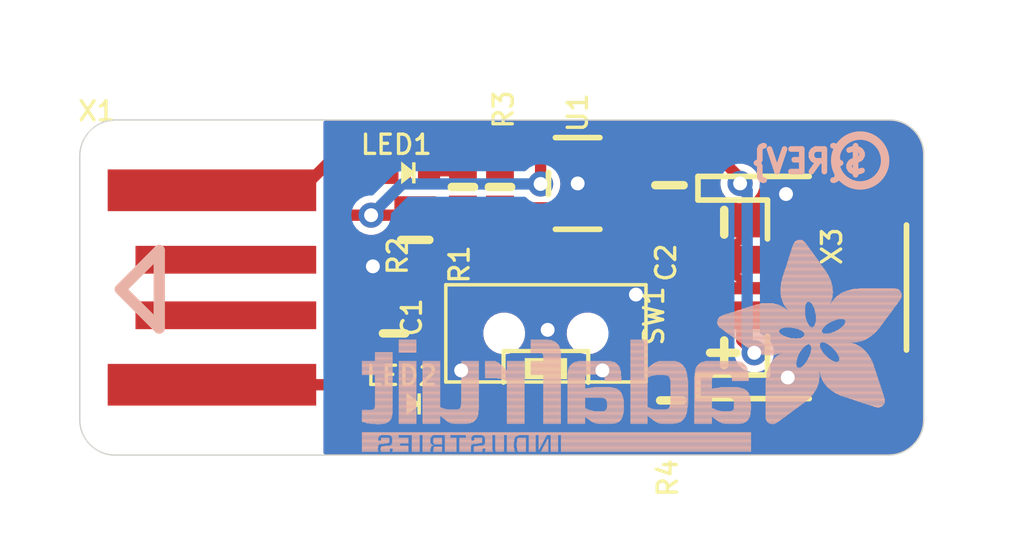
<source format=kicad_pcb>
(kicad_pcb (version 20221018) (generator pcbnew)
  (layers (0 "F.Cu" signal) (31 "B.Cu" signal) (34 "B.Paste" user) (35 "F.Paste" user) (36 "B.SilkS" user "B.Silkscreen") (37 "F.SilkS" user "F.Silkscreen") (38 "B.Mask" user) (39 "F.Mask" user) (44 "Edge.Cuts" user))
  (net 0 "")
  (net 1 "GND")
  (net 2 "N$1")
  (net 3 "N$2")
  (net 4 "VDD")
  (net 5 "VBAT")
  (net 6 "N$5")
  (net 7 "N$6")
  (net 8 "N$3")
  (net 9 "N$4")
  (footprint "working:PLABEL5" (layer "F.Cu") (at 150.850396 110.020293)
    (fp_text reference "PLABEL5" hide)
    (fp_text value "" hide)
  )
  (footprint "working:0603-NO" (layer "F.Cu") (at 144.627396 106.654793 90)
    (fp_text reference "R2" (at 2.032 0.127 90) (layer "F.SilkS") (effects (font (size 0.692831 0.692831) (thickness 0.119969)) (justify left)))
    (fp_text value "10K")
    (pad "1" smd rect (at -0.85 0 90) (size 1.075 1) (layers "F.Cu" "F.Paste" "F.Mask") (net 7 "N$6"))
    (pad "2" smd rect (at 0.85 0 90) (size 1.075 1) (layers "F.Cu" "F.Paste" "F.Mask") (net 3 "N$2"))
  )
  (footprint "working:PLABEL0" (layer "F.Cu") (at 143.103396 100.241293)
    (fp_text reference "PLABEL0" hide)
    (fp_text value "" hide)
  )
  (footprint "working:JSTPH2_BATT" (layer "F.Cu") (at 158.406896 105.003793 -90)
    (fp_text reference "X3" (at -2.2225 -1.9685 90) (layer "F.SilkS") (effects (font (size 0.692831 0.692831) (thickness 0.119969)) (justify right)))
    (fp_text value "CON_JST_PH_2PIN_MT_BATT")
    (pad "1" smd rect (at -1 2.049 270) (size 1 4.6) (layers "F.Cu" "F.Paste" "F.Mask") (net 1 "GND"))
    (pad "2" smd rect (at 1 2.049 270) (size 1 4.6) (layers "F.Cu" "F.Paste" "F.Mask") (net 5 "VBAT"))
    (pad "NC1" smd rect (at -3.4 -3.151) (size 3.4 1.6) (layers "F.Cu" "F.Paste" "F.Mask") (net 1 "GND"))
    (pad "NC2" smd rect (at 3.4 -3.151) (size 3.4 1.6) (layers "F.Cu" "F.Paste" "F.Mask") (net 1 "GND"))
  )
  (footprint "working:SOT23-5" (layer "F.Cu") (at 151.231396 101.257293 90)
    (fp_text reference "U1" (at 1.778 0 90) (layer "F.SilkS") (effects (font (size 0.692831 0.692831) (thickness 0.119969)) (justify left)))
    (fp_text value "MCP73831T-2ACI/OT")
    (pad "1" smd rect (at -0.95 1.3001 90) (size 0.55 1.2) (layers "F.Cu" "F.Paste" "F.Mask") (net 3 "N$2"))
    (pad "2" smd rect (at 0 1.3001 90) (size 0.55 1.2) (layers "F.Cu" "F.Paste" "F.Mask") (net 1 "GND"))
    (pad "3" smd rect (at 0.95 1.3001 90) (size 0.55 1.2) (layers "F.Cu" "F.Paste" "F.Mask") (net 5 "VBAT"))
    (pad "4" smd rect (at 0.95 -1.3001 90) (size 0.55 1.2) (layers "F.Cu" "F.Paste" "F.Mask") (net 4 "VDD"))
    (pad "5" smd rect (at -0.95 -1.3001 90) (size 0.55 1.2) (layers "F.Cu" "F.Paste" "F.Mask") (net 6 "N$5"))
  )
  (footprint "working:PLABEL8" (layer "F.Cu") (at 148.437396 104.368793)
    (fp_text reference "PLABEL8" hide)
    (fp_text value "" hide)
  )
  (footprint "working:0805-NO" (layer "F.Cu") (at 154.533396 101.320793 -90)
    (fp_text reference "C2" (at 2.032 0.127 90) (layer "F.SilkS") (effects (font (size 0.692831 0.692831) (thickness 0.119969)) (justify right)))
    (fp_text value "10uF")
    (pad "1" smd rect (at -0.95 0 270) (size 1.24 1.5) (layers "F.Cu" "F.Paste" "F.Mask") (net 5 "VBAT"))
    (pad "2" smd rect (at 0.95 0 270) (size 1.24 1.5) (layers "F.Cu" "F.Paste" "F.Mask") (net 1 "GND"))
  )
  (footprint "working:0603-NO" (layer "F.Cu") (at 147.103896 101.384293 -90)
    (fp_text reference "R1" (at 2.032 0.127 90) (layer "F.SilkS") (effects (font (size 0.692831 0.692831) (thickness 0.119969)) (justify right)))
    (fp_text value "2K")
    (pad "1" smd rect (at -0.85 0 270) (size 1.075 1) (layers "F.Cu" "F.Paste" "F.Mask") (net 2 "N$1"))
    (pad "2" smd rect (at 0.85 0 270) (size 1.075 1) (layers "F.Cu" "F.Paste" "F.Mask") (net 3 "N$2"))
  )
  (footprint "working:PLABEL7" (layer "F.Cu") (at 150.977396 104.368793)
    (fp_text reference "PLABEL7" hide)
    (fp_text value "" hide)
  )
  (footprint "working:CHIPLED_0603_NOOUTLINE" (layer "F.Cu") (at 145.325896 109.194793 -90)
    (fp_text reference "LED2" (at -1.016 1.778) (layer "F.SilkS") (effects (font (size 0.692831 0.692831) (thickness 0.119969)) (justify left)))
    (fp_text value "GREEN")
    (pad "A" smd rect (at 0 0.75 270) (size 0.8 0.8) (layers "F.Cu" "F.Paste" "F.Mask") (net 7 "N$6"))
    (pad "C" smd rect (at 0 -0.75 270) (size 0.8 0.8) (layers "F.Cu" "F.Paste" "F.Mask") (net 1 "GND"))
  )
  (footprint "working:CHIPLED_0603_NOOUTLINE" (layer "F.Cu") (at 145.135396 100.876293 -90)
    (fp_text reference "LED1" (at -1.016 1.778) (layer "F.SilkS") (effects (font (size 0.692831 0.692831) (thickness 0.119969)) (justify left)))
    (fp_text value "RED")
    (pad "A" smd rect (at 0 0.75 270) (size 0.8 0.8) (layers "F.Cu" "F.Paste" "F.Mask") (net 4 "VDD"))
    (pad "C" smd rect (at 0 -0.75 270) (size 0.8 0.8) (layers "F.Cu" "F.Paste" "F.Mask") (net 2 "N$1"))
  )
  (footprint "working:USBA_PCB" (layer "F.Cu") (at 138.277396 105.003793)
    (fp_text reference "X1" (at -5.08 -6.35) (layer "F.SilkS") (effects (font (size 0.692831 0.692831) (thickness 0.119969)) (justify left)))
    (fp_text value "PCBUSB")
    (pad "GND" smd rect (at -0.2 -3.5) (size 7.5 1.5) (layers "F.Cu" "F.Mask") (net 1 "GND"))
    (pad "USB_NEG" smd rect (at 0.3 1) (size 6.5 1) (layers "F.Cu" "F.Mask"))
    (pad "USB_PLUS" smd rect (at 0.3 -1) (size 6.5 1) (layers "F.Cu" "F.Mask"))
    (pad "VCC" smd rect (at -0.2 3.5) (size 7.5 1.5) (layers "F.Cu" "F.Mask") (net 4 "VDD"))
  )
  (footprint "working:PLABEL3" (layer "F.Cu") (at 157.073396 110.655293)
    (fp_text reference "PLABEL3" hide)
    (fp_text value "" hide)
  )
  (footprint "working:EG1390" (layer "F.Cu") (at 150.088396 106.654793 180)
    (fp_text reference "SW1" (at -3.886 1.764 90) (layer "F.SilkS") (effects (font (size 0.692831 0.692831) (thickness 0.119969)) (justify right)))
    (fp_text value "DPDT Switch")
    (pad "" np_thru_hole circle (at -1.5 0 180) (size 1 1) (drill 1) (layers "*.Cu" "*.Mask"))
    (pad "" np_thru_hole circle (at 1.5 0 180) (size 1 1) (drill 1) (layers "*.Cu" "*.Mask"))
    (pad "O1" smd rect (at -2.5 -2.8 180) (size 1 1.5) (layers "F.Cu" "F.Paste" "F.Mask") (net 1 "GND"))
    (pad "O2" smd rect (at -2.5 2.8 180) (size 1 1.5) (layers "F.Cu" "F.Paste" "F.Mask") (net 9 "N$4"))
    (pad "P1" smd rect (at 0 -2.8 180) (size 1 1.5) (layers "F.Cu" "F.Paste" "F.Mask") (net 1 "GND"))
    (pad "P2" smd rect (at 0 2.8 180) (size 1 1.5) (layers "F.Cu" "F.Paste" "F.Mask") (net 6 "N$5"))
    (pad "S1" smd rect (at 2.5 -2.8 180) (size 1 1.5) (layers "F.Cu" "F.Paste" "F.Mask") (net 1 "GND"))
    (pad "S2" smd rect (at 2.5 2.8 180) (size 1 1.5) (layers "F.Cu" "F.Paste" "F.Mask") (net 8 "N$3"))
  )
  (footprint "working:PLABEL4" (layer "F.Cu") (at 148.500896 110.083793)
    (fp_text reference "PLABEL4" hide)
    (fp_text value "" hide)
  )
  (footprint "working:0603-NO" (layer "F.Cu") (at 148.437396 101.384293 90)
    (fp_text reference "R3" (at 2.032 0.127 90) (layer "F.SilkS") (effects (font (size 0.692831 0.692831) (thickness 0.119969)) (justify left)))
    (fp_text value "10K")
    (pad "1" smd rect (at -0.85 0 90) (size 1.075 1) (layers "F.Cu" "F.Paste" "F.Mask") (net 8 "N$3"))
    (pad "2" smd rect (at 0.85 0 90) (size 1.075 1) (layers "F.Cu" "F.Paste" "F.Mask") (net 1 "GND"))
  )
  (footprint "working:FIDUCIAL_1MM" (layer "F.Cu") (at 160.819896 105.003793)
    (fp_text reference "FID1" hide)
    (fp_text value "FIDUCIAL_1MM" hide)
    (pad "1" smd roundrect (at 0 0) (size 1 1) (layers "F.Cu" "F.Mask") (roundrect_rratio 0.5))
  )
  (footprint "working:PLABEL2" (layer "F.Cu") (at 155.930396 100.368293)
    (fp_text reference "PLABEL2" hide)
    (fp_text value "" hide)
  )
  (footprint "working:0805-NO" (layer "F.Cu") (at 145.389396 103.289293 -90)
    (fp_text reference "C1" (at 2.032 0.127 90) (layer "F.SilkS") (effects (font (size 0.692831 0.692831) (thickness 0.119969)) (justify right)))
    (fp_text value "10uF")
    (pad "1" smd rect (at -0.95 0 270) (size 1.24 1.5) (layers "F.Cu" "F.Paste" "F.Mask") (net 4 "VDD"))
    (pad "2" smd rect (at 0.95 0 270) (size 1.24 1.5) (layers "F.Cu" "F.Paste" "F.Mask") (net 1 "GND"))
  )
  (footprint "working:0603-NO" (layer "F.Cu") (at 154.596896 109.067793 -90)
    (fp_text reference "R4" (at 2.032 0.127 90) (layer "F.SilkS") (effects (font (size 0.692831 0.692831) (thickness 0.119969)) (justify right)))
    (fp_text value "2K")
    (pad "1" smd rect (at -0.85 0 270) (size 1.075 1) (layers "F.Cu" "F.Paste" "F.Mask") (net 9 "N$4"))
    (pad "2" smd rect (at 0.85 0 270) (size 1.075 1) (layers "F.Cu" "F.Paste" "F.Mask") (net 1 "GND"))
  )
  (footprint "working:PLABEL1" (layer "F.Cu") (at 142.531896 110.845793)
    (fp_text reference "PLABEL1" hide)
    (fp_text value "" hide)
  )
  (footprint "working:PLABEL6" (layer "F.Cu") (at 146.278396 108.178793 90)
    (fp_text reference "PLABEL6" hide)
    (fp_text value "" hide)
  )
  (footprint "working:PLABEL11" (layer "B.Cu") (at 157.835396 100.749293 180)
    (fp_text reference "PLABEL11" hide)
    (fp_text value "" hide)
  )
  (footprint "working:PLABEL10" (layer "B.Cu") (at 137.324896 104.940293 90)
    (fp_text reference "PLABEL10" hide)
    (fp_text value "" hide)
  )
  (footprint "working:PLABEL9" (layer "B.Cu") (at 156.565396 106.083293 180)
    (fp_text reference "PLABEL9" hide)
    (fp_text value "" hide)
  )
  (footprint "working:ADAFRUIT_TEXT_20MM" (layer "B.Cu") (at 163.042396 110.909293 180)
    (fp_text reference "U$8" hide)
    (fp_text value "" hide)
  )
  (footprint "working:PCBFEAT-REV-040" (layer "B.Cu") (at 161.391396 100.431793 180)
    (fp_text reference "U$9" hide)
    (fp_text value "" hide)
    (fp_text user "${REV}" (at -0.3556 -0.508) (layer "B.SilkS") (effects (font (size 0.8128 0.8128) (thickness 0.2032)) (justify left bottom mirror)))
  )
  (gr_line (start 136.181896 106.464293) (end 136.181896 103.670293) (stroke (width 0.4064)) (layer "B.SilkS"))
  (gr_line (start 134.784896 105.067293) (end 136.181896 106.464293) (stroke (width 0.4064)) (layer "B.SilkS"))
  (gr_line (start 136.181896 103.670293) (end 134.784896 105.067293) (stroke (width 0.4064)) (layer "B.SilkS"))
  (gr_line (start 162.407396 111.036293) (end 134.594396 111.036293) (stroke (width 0.05)) (layer "Edge.Cuts"))
  (gr_line (start 163.677396 100.241293) (end 163.677396 109.766293) (stroke (width 0.05)) (layer "Edge.Cuts"))
  (gr_arc (start 134.594396 111.036293) (mid 133.69637 110.664319) (end 133.324396 109.766293) (stroke (width 0.05)) (layer "Edge.Cuts"))
  (gr_line (start 133.324396 109.766293) (end 133.324396 100.241293) (stroke (width 0.05)) (layer "Edge.Cuts"))
  (gr_line (start 134.657896 98.971293) (end 162.470896 98.971293) (stroke (width 0.05)) (layer "Edge.Cuts"))
  (gr_arc (start 133.324396 100.241293) (mid 133.72812 99.330116) (end 134.657896 98.971293) (stroke (width 0.05)) (layer "Edge.Cuts"))
  (gr_arc (start 162.470896 98.971293) (mid 163.337172 99.356419) (end 163.677396 100.241293) (stroke (width 0.05)) (layer "Edge.Cuts"))
  (gr_arc (start 163.677396 109.766293) (mid 163.305422 110.664319) (end 162.407396 111.036293) (stroke (width 0.05)) (layer "Edge.Cuts"))
  (gr_text "" (at 154.215896 105.130793) (layer "B.SilkS") (effects (font (size 0.87376 0.87376) (thickness 0.14224)) (justify left bottom mirror)))
  (segment (start 153.326896 101.257293) (end 154.340396 102.270793) (width 0.4064) (layer "F.Cu") (net 1))
  (segment (start 138.077396 101.503793) (end 141.269396 101.503793) (width 0.4064) (layer "F.Cu") (net 1))
  (segment (start 154.340396 102.270793) (end 154.533396 102.270793) (width 0.4064) (layer "F.Cu") (net 1))
  (segment (start 141.269396 101.503793) (end 142.912896 99.860293) (width 0.4064) (layer "F.Cu") (net 1))
  (segment (start 154.533396 102.270793) (end 154.533396 104.231731) (width 0.4064) (layer "F.Cu") (net 1))
  (segment (start 152.531496 101.257293) (end 153.326896 101.257293) (width 0.4064) (layer "F.Cu") (net 1))
  (via (at 158.724396 101.638293) (size 0.9064) (drill 0.5) (layers "F.Cu" "B.Cu") (net 1))
  (via (at 153.326896 105.257793) (size 0.9064) (drill 0.5) (layers "F.Cu" "B.Cu") (net 1))
  (via (at 151.231396 101.257293) (size 0.9064) (drill 0.5) (layers "F.Cu" "B.Cu") (net 1))
  (via (at 143.865396 104.241793) (size 0.9064) (drill 0.5) (layers "F.Cu" "B.Cu") (net 1))
  (via (at 152.120396 107.988293) (size 0.9064) (drill 0.5) (layers "F.Cu" "B.Cu") (net 1))
  (via (at 158.787896 108.242293) (size 0.9064) (drill 0.5) (layers "F.Cu" "B.Cu") (net 1))
  (via (at 150.151896 106.527793) (size 0.9064) (drill 0.5) (layers "F.Cu" "B.Cu") (net 1))
  (via (at 147.040396 107.988293) (size 0.9064) (drill 0.5) (layers "F.Cu" "B.Cu") (net 1))
  (segment (start 145.885396 100.876293) (end 146.761896 100.876293) (width 0.254) (layer "F.Cu") (net 2))
  (segment (start 146.761896 100.876293) (end 147.103896 100.534293) (width 0.254) (layer "F.Cu") (net 2))
  (segment (start 152.531496 102.207293) (end 151.360896 102.207293) (width 0.254) (layer "F.Cu") (net 3))
  (segment (start 150.405896 105.384793) (end 146.532396 105.384793) (width 0.254) (layer "F.Cu") (net 3))
  (segment (start 144.778896 105.956293) (end 144.627396 105.804793) (width 0.254) (layer "F.Cu") (net 3))
  (segment (start 151.104396 104.686293) (end 150.405896 105.384793) (width 0.254) (layer "F.Cu") (net 3))
  (segment (start 147.103896 102.234293) (end 147.103896 102.615293) (width 0.254) (layer "F.Cu") (net 3))
  (segment (start 146.532396 105.384793) (end 145.960896 105.956293) (width 0.254) (layer "F.Cu") (net 3))
  (segment (start 151.360896 102.207293) (end 151.104396 102.463793) (width 0.254) (layer "F.Cu") (net 3))
  (segment (start 146.659396 105.257793) (end 146.532396 105.384793) (width 0.254) (layer "F.Cu") (net 3))
  (segment (start 151.104396 102.463793) (end 151.104396 104.686293) (width 0.254) (layer "F.Cu") (net 3))
  (segment (start 145.960896 105.956293) (end 144.778896 105.956293) (width 0.254) (layer "F.Cu") (net 3))
  (segment (start 146.659396 103.059793) (end 146.659396 105.257793) (width 0.254) (layer "F.Cu") (net 3))
  (segment (start 147.103896 102.615293) (end 146.659396 103.059793) (width 0.254) (layer "F.Cu") (net 3))
  (segment (start 142.912896 102.339293) (end 142.973896 102.400293) (width 0.4064) (layer "F.Cu") (net 4))
  (segment (start 142.973896 102.400293) (end 143.801896 102.400293) (width 0.4064) (layer "F.Cu") (net 4))
  (segment (start 143.801896 102.400293) (end 145.328396 102.400293) (width 0.4064) (layer "F.Cu") (net 4))
  (segment (start 142.912896 101.384293) (end 142.912896 102.339293) (width 0.4064) (layer "F.Cu") (net 4))
  (segment (start 144.385396 100.876293) (end 143.420896 100.876293) (width 0.4064) (layer "F.Cu") (net 4))
  (segment (start 149.897896 100.340693) (end 149.931296 100.307293) (width 0.4064) (layer "F.Cu") (net 4))
  (segment (start 142.912896 102.339293) (end 142.912896 108.24229) (width 0.4064) (layer "F.Cu") (net 4))
  (segment (start 142.651396 108.503793) (end 138.077396 108.503793) (width 0.4064) (layer "F.Cu") (net 4))
  (segment (start 143.420896 100.876293) (end 142.912896 101.384293) (width 0.4064) (layer "F.Cu") (net 4))
  (segment (start 142.912896 108.24229) (end 142.651396 108.503793) (width 0.4064) (layer "F.Cu") (net 4))
  (segment (start 149.897896 101.275893) (end 149.897896 100.340693) (width 0.4064) (layer "F.Cu") (net 4))
  (segment (start 145.328396 102.400293) (end 145.389396 102.339293) (width 0.4064) (layer "F.Cu") (net 4))
  (via (at 143.801896 102.400293) (size 0.9064) (drill 0.5) (layers "F.Cu" "B.Cu") (net 4))
  (via (at 149.897896 101.275893) (size 0.9064) (drill 0.5) (layers "F.Cu" "B.Cu") (net 4))
  (segment (start 143.801896 102.400293) (end 144.926296 101.275893) (width 0.4064) (layer "B.Cu") (net 4))
  (segment (start 144.926296 101.275893) (end 149.897896 101.275893) (width 0.4064) (layer "B.Cu") (net 4))
  (segment (start 157.136896 106.146793) (end 156.993896 106.003793) (width 0.4064) (layer "F.Cu") (net 5))
  (segment (start 154.533396 100.370793) (end 156.377396 100.370793) (width 0.4064) (layer "F.Cu") (net 5))
  (segment (start 157.073396 101.066793) (end 156.377396 100.370793) (width 0.4064) (layer "F.Cu") (net 5))
  (segment (start 152.531496 100.307293) (end 154.469896 100.307293) (width 0.4064) (layer "F.Cu") (net 5))
  (segment (start 157.136896 106.908793) (end 157.136896 106.146793) (width 0.4064) (layer "F.Cu") (net 5))
  (segment (start 157.581396 107.353293) (end 157.136896 106.908793) (width 0.4064) (layer "F.Cu") (net 5))
  (segment (start 157.073396 101.257293) (end 157.073396 101.066793) (width 0.4064) (layer "F.Cu") (net 5))
  (segment (start 156.993896 106.003793) (end 156.357896 106.003793) (width 0.4064) (layer "F.Cu") (net 5))
  (segment (start 154.469896 100.307293) (end 154.533396 100.370793) (width 0.4064) (layer "F.Cu") (net 5))
  (via (at 157.581396 107.353293) (size 0.9064) (drill 0.5) (layers "F.Cu" "B.Cu") (net 5))
  (via (at 157.073396 101.257293) (size 0.9064) (drill 0.5) (layers "F.Cu" "B.Cu") (net 5))
  (segment (start 157.073396 101.257293) (end 157.327396 101.511293) (width 0.4064) (layer "B.Cu") (net 5))
  (segment (start 157.327396 101.511293) (end 157.327396 107.099293) (width 0.4064) (layer "B.Cu") (net 5))
  (segment (start 157.327396 107.099293) (end 157.581396 107.353293) (width 0.4064) (layer "B.Cu") (net 5))
  (segment (start 149.931296 102.207293) (end 149.931296 103.697693) (width 0.254) (layer "F.Cu") (net 6))
  (segment (start 149.931296 103.697693) (end 150.088396 103.854793) (width 0.254) (layer "F.Cu") (net 6))
  (segment (start 144.575896 107.556293) (end 144.575896 109.194793) (width 0.254) (layer "F.Cu") (net 7))
  (segment (start 144.627396 107.504793) (end 144.575896 107.556293) (width 0.254) (layer "F.Cu") (net 7))
  (segment (start 148.437396 103.005793) (end 147.588396 103.854793) (width 0.254) (layer "F.Cu") (net 8))
  (segment (start 148.437396 102.234293) (end 148.437396 103.005793) (width 0.254) (layer "F.Cu") (net 8))
  (segment (start 154.596896 108.217793) (end 154.254896 108.217793) (width 0.254) (layer "F.Cu") (net 9))
  (segment (start 152.461396 103.981793) (end 152.588396 103.854793) (width 0.254) (layer "F.Cu") (net 9))
  (segment (start 154.254896 108.217793) (end 152.461396 106.424293) (width 0.254) (layer "F.Cu") (net 9))
  (segment (start 152.461396 103.981793) (end 152.461396 106.424293) (width 0.254) (layer "F.Cu") (net 9))
  (zone (net 1) (net_name "GND") (layer "F.Cu") (priority 6) (connect_pads (clearance 0.254)) (min_thickness 0.127) (fill yes (thermal_gap 0.304) (thermal_bridge_width 0.304))
    (polygon (pts (xy 163.804396 111.163293) (xy 142.087396 111.163293) (xy 142.087396 98.844293) (xy 163.804396 98.844293)))
  )
  (zone (net 1) (net_name "GND") (layer "B.Cu") (priority 6) (connect_pads (clearance 0.254)) (min_thickness 0.127) (fill yes (thermal_gap 0.304) (thermal_bridge_width 0.304))
    (polygon (pts (xy 163.804396 111.163293) (xy 142.087396 111.163293) (xy 142.087396 98.844293) (xy 163.804396 98.844293)))
  )
)
</source>
